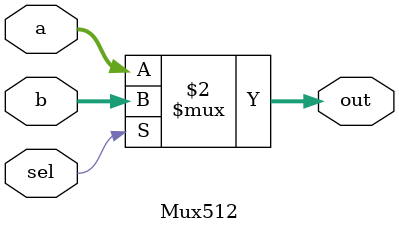
<source format=sv>
module Mux512 (a, b, sel, out);
	input [511:0] a, b;
	input sel;
	output logic [511:0] out;

	always_comb begin
		out = sel ? b : a;
	end
endmodule

</source>
